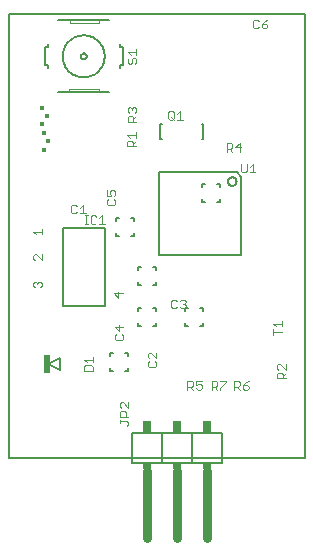
<source format=gto>
G75*
%MOIN*%
%OFA0B0*%
%FSLAX24Y24*%
%IPPOS*%
%LPD*%
%AMOC8*
5,1,8,0,0,1.08239X$1,22.5*
%
%ADD10C,0.0080*%
%ADD11C,0.0030*%
%ADD12C,0.0060*%
%ADD13R,0.0240X0.0620*%
%ADD14C,0.0020*%
%ADD15R,0.0167X0.0128*%
%ADD16R,0.0138X0.0138*%
%ADD17C,0.0040*%
%ADD18C,0.0300*%
%ADD19R,0.0300X0.0200*%
%ADD20R,0.0300X0.0400*%
D10*
X003400Y002938D02*
X013264Y002938D01*
X013264Y017732D01*
X003400Y017732D01*
X003400Y002938D01*
X004715Y006050D02*
X005109Y005853D01*
X005109Y006247D01*
X004715Y006050D01*
X005200Y008004D02*
X005200Y010584D01*
X006600Y010584D01*
X006600Y008004D01*
X005200Y008004D01*
X008447Y013557D02*
X008447Y014068D01*
X008506Y014068D01*
X008506Y013557D02*
X008447Y013557D01*
X009844Y013557D02*
X009884Y013557D01*
X009884Y014068D01*
X009844Y014068D01*
D11*
X009203Y014203D02*
X009010Y014203D01*
X009106Y014203D02*
X009106Y014493D01*
X009010Y014396D01*
X008908Y014444D02*
X008908Y014251D01*
X008860Y014203D01*
X008763Y014203D01*
X008715Y014251D01*
X008715Y014444D01*
X008763Y014493D01*
X008860Y014493D01*
X008908Y014444D01*
X008812Y014299D02*
X008908Y014203D01*
X007654Y014133D02*
X007364Y014133D01*
X007364Y014278D01*
X007412Y014326D01*
X007509Y014326D01*
X007557Y014278D01*
X007557Y014133D01*
X007557Y014229D02*
X007654Y014326D01*
X007606Y014427D02*
X007654Y014476D01*
X007654Y014572D01*
X007606Y014621D01*
X007557Y014621D01*
X007509Y014572D01*
X007509Y014524D01*
X007509Y014572D02*
X007461Y014621D01*
X007412Y014621D01*
X007364Y014572D01*
X007364Y014476D01*
X007412Y014427D01*
X007635Y013796D02*
X007635Y013602D01*
X007635Y013699D02*
X007345Y013699D01*
X007442Y013602D01*
X007490Y013501D02*
X007539Y013453D01*
X007539Y013308D01*
X007635Y013308D02*
X007345Y013308D01*
X007345Y013453D01*
X007394Y013501D01*
X007490Y013501D01*
X007539Y013405D02*
X007635Y013501D01*
X006912Y011846D02*
X006961Y011798D01*
X006961Y011701D01*
X006912Y011653D01*
X006816Y011653D02*
X006767Y011749D01*
X006767Y011798D01*
X006816Y011846D01*
X006912Y011846D01*
X006816Y011653D02*
X006671Y011653D01*
X006671Y011846D01*
X006719Y011552D02*
X006671Y011503D01*
X006671Y011406D01*
X006719Y011358D01*
X006912Y011358D01*
X006961Y011406D01*
X006961Y011503D01*
X006912Y011552D01*
X006522Y011013D02*
X006425Y010916D01*
X006324Y010964D02*
X006275Y011013D01*
X006179Y011013D01*
X006130Y010964D01*
X006130Y010771D01*
X006179Y010723D01*
X006275Y010723D01*
X006324Y010771D01*
X006425Y010723D02*
X006618Y010723D01*
X006522Y010723D02*
X006522Y011013D01*
X006030Y011013D02*
X005934Y011013D01*
X005982Y011013D02*
X005982Y010723D01*
X005934Y010723D02*
X006030Y010723D01*
X005966Y011078D02*
X005772Y011078D01*
X005869Y011078D02*
X005869Y011368D01*
X005772Y011271D01*
X005671Y011319D02*
X005623Y011368D01*
X005526Y011368D01*
X005478Y011319D01*
X005478Y011126D01*
X005526Y011078D01*
X005623Y011078D01*
X005671Y011126D01*
X008815Y008157D02*
X008863Y008205D01*
X008960Y008205D01*
X009008Y008157D01*
X009110Y008157D02*
X009158Y008205D01*
X009255Y008205D01*
X009303Y008157D01*
X009303Y008108D01*
X009255Y008060D01*
X009303Y008012D01*
X009303Y007963D01*
X009255Y007915D01*
X009158Y007915D01*
X009110Y007963D01*
X009008Y007963D02*
X008960Y007915D01*
X008863Y007915D01*
X008815Y007963D01*
X008815Y008157D01*
X009206Y008060D02*
X009255Y008060D01*
X007223Y007298D02*
X006933Y007298D01*
X007078Y007153D01*
X007078Y007347D01*
X007175Y007052D02*
X007223Y007004D01*
X007223Y006907D01*
X007175Y006859D01*
X006981Y006859D01*
X006933Y006907D01*
X006933Y007004D01*
X006981Y007052D01*
X006198Y006302D02*
X006198Y006109D01*
X006198Y006206D02*
X005908Y006206D01*
X006004Y006109D01*
X005956Y006008D02*
X006149Y006008D01*
X006198Y005959D01*
X006198Y005814D01*
X005908Y005814D01*
X005908Y005959D01*
X005956Y006008D01*
X007151Y004789D02*
X007102Y004740D01*
X007102Y004644D01*
X007151Y004595D01*
X007151Y004494D02*
X007247Y004494D01*
X007296Y004446D01*
X007296Y004301D01*
X007393Y004301D02*
X007102Y004301D01*
X007102Y004446D01*
X007151Y004494D01*
X007393Y004595D02*
X007199Y004789D01*
X007151Y004789D01*
X007393Y004789D02*
X007393Y004595D01*
X007102Y004200D02*
X007102Y004103D01*
X007102Y004151D02*
X007344Y004151D01*
X007393Y004103D01*
X007393Y004054D01*
X007344Y004006D01*
X009353Y005203D02*
X009353Y005493D01*
X009498Y005493D01*
X009546Y005444D01*
X009546Y005348D01*
X009498Y005299D01*
X009353Y005299D01*
X009449Y005299D02*
X009546Y005203D01*
X009647Y005251D02*
X009696Y005203D01*
X009792Y005203D01*
X009841Y005251D01*
X009841Y005348D01*
X009792Y005396D01*
X009744Y005396D01*
X009647Y005348D01*
X009647Y005493D01*
X009841Y005493D01*
X010165Y005493D02*
X010165Y005203D01*
X010165Y005299D02*
X010310Y005299D01*
X010358Y005348D01*
X010358Y005444D01*
X010310Y005493D01*
X010165Y005493D01*
X010262Y005299D02*
X010358Y005203D01*
X010460Y005203D02*
X010460Y005251D01*
X010653Y005444D01*
X010653Y005493D01*
X010460Y005493D01*
X010915Y005493D02*
X011060Y005493D01*
X011108Y005444D01*
X011108Y005348D01*
X011060Y005299D01*
X010915Y005299D01*
X010915Y005203D02*
X010915Y005493D01*
X011012Y005299D02*
X011108Y005203D01*
X011210Y005251D02*
X011210Y005348D01*
X011355Y005348D01*
X011403Y005299D01*
X011403Y005251D01*
X011355Y005203D01*
X011258Y005203D01*
X011210Y005251D01*
X011210Y005348D02*
X011306Y005444D01*
X011403Y005493D01*
X012345Y005578D02*
X012345Y005723D01*
X012393Y005771D01*
X012490Y005771D01*
X012538Y005723D01*
X012538Y005578D01*
X012538Y005674D02*
X012635Y005771D01*
X012635Y005872D02*
X012442Y006066D01*
X012393Y006066D01*
X012345Y006017D01*
X012345Y005921D01*
X012393Y005872D01*
X012635Y005872D02*
X012635Y006066D01*
X012635Y005578D02*
X012345Y005578D01*
X012220Y007015D02*
X012220Y007208D01*
X012220Y007112D02*
X012510Y007112D01*
X012510Y007310D02*
X012510Y007503D01*
X012510Y007406D02*
X012220Y007406D01*
X012317Y007310D01*
X008323Y006441D02*
X008323Y006247D01*
X008129Y006441D01*
X008081Y006441D01*
X008032Y006392D01*
X008032Y006296D01*
X008081Y006247D01*
X008081Y006146D02*
X008032Y006098D01*
X008032Y006001D01*
X008081Y005953D01*
X008274Y005953D01*
X008323Y006001D01*
X008323Y006098D01*
X008274Y006146D01*
X011187Y012445D02*
X011283Y012445D01*
X011332Y012493D01*
X011332Y012735D01*
X011433Y012639D02*
X011530Y012735D01*
X011530Y012445D01*
X011626Y012445D02*
X011433Y012445D01*
X011187Y012445D02*
X011138Y012493D01*
X011138Y012735D01*
X011105Y013140D02*
X011105Y013430D01*
X010960Y013285D01*
X011153Y013285D01*
X010858Y013285D02*
X010810Y013237D01*
X010665Y013237D01*
X010762Y013237D02*
X010858Y013140D01*
X010858Y013285D02*
X010858Y013382D01*
X010810Y013430D01*
X010665Y013430D01*
X010665Y013140D01*
X007655Y016112D02*
X007607Y016063D01*
X007655Y016112D02*
X007655Y016208D01*
X007607Y016257D01*
X007558Y016257D01*
X007510Y016208D01*
X007510Y016112D01*
X007462Y016063D01*
X007413Y016063D01*
X007365Y016112D01*
X007365Y016208D01*
X007413Y016257D01*
X007462Y016358D02*
X007365Y016455D01*
X007655Y016455D01*
X007655Y016551D02*
X007655Y016358D01*
X011538Y017296D02*
X011586Y017247D01*
X011683Y017247D01*
X011732Y017296D01*
X011833Y017296D02*
X011881Y017247D01*
X011978Y017247D01*
X012026Y017296D01*
X012026Y017344D01*
X011978Y017392D01*
X011833Y017392D01*
X011833Y017296D01*
X011833Y017392D02*
X011929Y017489D01*
X012026Y017538D01*
X011732Y017489D02*
X011683Y017538D01*
X011586Y017538D01*
X011538Y017489D01*
X011538Y017296D01*
D12*
X007200Y016613D02*
X007200Y016013D01*
X007100Y016013D01*
X007100Y015913D01*
X007100Y016613D02*
X007100Y016713D01*
X007100Y016613D02*
X007200Y016613D01*
X006750Y017513D02*
X006400Y017513D01*
X005450Y017513D01*
X005050Y017513D01*
X004700Y016713D02*
X004700Y016613D01*
X004600Y016613D01*
X004600Y016013D01*
X004700Y016013D01*
X004700Y015913D01*
X005050Y015113D02*
X005400Y015113D01*
X006400Y015113D01*
X006750Y015113D01*
X005800Y016313D02*
X005802Y016333D01*
X005808Y016351D01*
X005817Y016369D01*
X005829Y016384D01*
X005844Y016396D01*
X005862Y016405D01*
X005880Y016411D01*
X005900Y016413D01*
X005920Y016411D01*
X005938Y016405D01*
X005956Y016396D01*
X005971Y016384D01*
X005983Y016369D01*
X005992Y016351D01*
X005998Y016333D01*
X006000Y016313D01*
X005998Y016293D01*
X005992Y016275D01*
X005983Y016257D01*
X005971Y016242D01*
X005956Y016230D01*
X005938Y016221D01*
X005920Y016215D01*
X005900Y016213D01*
X005880Y016215D01*
X005862Y016221D01*
X005844Y016230D01*
X005829Y016242D01*
X005817Y016257D01*
X005808Y016275D01*
X005802Y016293D01*
X005800Y016313D01*
X005200Y016313D02*
X005202Y016365D01*
X005208Y016417D01*
X005218Y016469D01*
X005231Y016519D01*
X005248Y016569D01*
X005269Y016617D01*
X005294Y016663D01*
X005322Y016707D01*
X005353Y016749D01*
X005387Y016789D01*
X005424Y016826D01*
X005464Y016860D01*
X005506Y016891D01*
X005550Y016919D01*
X005596Y016944D01*
X005644Y016965D01*
X005694Y016982D01*
X005744Y016995D01*
X005796Y017005D01*
X005848Y017011D01*
X005900Y017013D01*
X005952Y017011D01*
X006004Y017005D01*
X006056Y016995D01*
X006106Y016982D01*
X006156Y016965D01*
X006204Y016944D01*
X006250Y016919D01*
X006294Y016891D01*
X006336Y016860D01*
X006376Y016826D01*
X006413Y016789D01*
X006447Y016749D01*
X006478Y016707D01*
X006506Y016663D01*
X006531Y016617D01*
X006552Y016569D01*
X006569Y016519D01*
X006582Y016469D01*
X006592Y016417D01*
X006598Y016365D01*
X006600Y016313D01*
X006598Y016261D01*
X006592Y016209D01*
X006582Y016157D01*
X006569Y016107D01*
X006552Y016057D01*
X006531Y016009D01*
X006506Y015963D01*
X006478Y015919D01*
X006447Y015877D01*
X006413Y015837D01*
X006376Y015800D01*
X006336Y015766D01*
X006294Y015735D01*
X006250Y015707D01*
X006204Y015682D01*
X006156Y015661D01*
X006106Y015644D01*
X006056Y015631D01*
X006004Y015621D01*
X005952Y015615D01*
X005900Y015613D01*
X005848Y015615D01*
X005796Y015621D01*
X005744Y015631D01*
X005694Y015644D01*
X005644Y015661D01*
X005596Y015682D01*
X005550Y015707D01*
X005506Y015735D01*
X005464Y015766D01*
X005424Y015800D01*
X005387Y015837D01*
X005353Y015877D01*
X005322Y015919D01*
X005294Y015963D01*
X005269Y016009D01*
X005248Y016057D01*
X005231Y016107D01*
X005218Y016157D01*
X005208Y016209D01*
X005202Y016261D01*
X005200Y016313D01*
X008395Y012442D02*
X011015Y012442D01*
X011155Y012303D01*
X011155Y009683D01*
X008395Y009683D01*
X008395Y012442D01*
X009850Y012050D02*
X009850Y011950D01*
X009850Y012050D02*
X009950Y012050D01*
X010350Y012050D02*
X010450Y012050D01*
X010450Y011950D01*
X010714Y012143D02*
X010716Y012166D01*
X010722Y012189D01*
X010731Y012210D01*
X010744Y012230D01*
X010760Y012247D01*
X010778Y012261D01*
X010798Y012272D01*
X010820Y012280D01*
X010843Y012284D01*
X010867Y012284D01*
X010890Y012280D01*
X010912Y012272D01*
X010932Y012261D01*
X010950Y012247D01*
X010966Y012230D01*
X010979Y012210D01*
X010988Y012189D01*
X010994Y012166D01*
X010996Y012143D01*
X010994Y012120D01*
X010988Y012097D01*
X010979Y012076D01*
X010966Y012056D01*
X010950Y012039D01*
X010932Y012025D01*
X010912Y012014D01*
X010890Y012006D01*
X010867Y012002D01*
X010843Y012002D01*
X010820Y012006D01*
X010798Y012014D01*
X010778Y012025D01*
X010760Y012039D01*
X010744Y012056D01*
X010731Y012076D01*
X010722Y012097D01*
X010716Y012120D01*
X010714Y012143D01*
X010450Y011550D02*
X010450Y011450D01*
X010350Y011450D01*
X009950Y011450D02*
X009850Y011450D01*
X009850Y011550D01*
X007575Y010925D02*
X007575Y010825D01*
X007575Y010925D02*
X007475Y010925D01*
X007075Y010925D02*
X006975Y010925D01*
X006975Y010825D01*
X006975Y010425D02*
X006975Y010325D01*
X007075Y010325D01*
X007475Y010325D02*
X007575Y010325D01*
X007575Y010425D01*
X007725Y009300D02*
X007725Y009200D01*
X007725Y009300D02*
X007825Y009300D01*
X008225Y009300D02*
X008325Y009300D01*
X008325Y009200D01*
X008325Y008800D02*
X008325Y008700D01*
X008225Y008700D01*
X007825Y008700D02*
X007725Y008700D01*
X007725Y008800D01*
X007725Y007925D02*
X007725Y007825D01*
X007725Y007925D02*
X007825Y007925D01*
X008225Y007925D02*
X008325Y007925D01*
X008325Y007825D01*
X008325Y007425D02*
X008325Y007325D01*
X008225Y007325D01*
X007825Y007325D02*
X007725Y007325D01*
X007725Y007425D01*
X007388Y006425D02*
X007288Y006425D01*
X007388Y006425D02*
X007388Y006325D01*
X007388Y005925D02*
X007388Y005825D01*
X007288Y005825D01*
X006888Y005825D02*
X006788Y005825D01*
X006788Y005925D01*
X006788Y006325D02*
X006788Y006425D01*
X006888Y006425D01*
X009288Y007325D02*
X009388Y007325D01*
X009288Y007325D02*
X009288Y007425D01*
X009788Y007325D02*
X009888Y007325D01*
X009888Y007425D01*
X009888Y007825D02*
X009888Y007925D01*
X009788Y007925D01*
X009388Y007925D02*
X009288Y007925D01*
X009288Y007825D01*
X009525Y003750D02*
X008525Y003750D01*
X007525Y003750D01*
X007525Y002750D01*
X008525Y002750D01*
X009525Y002750D01*
X010525Y002750D01*
X010525Y003750D01*
X009525Y003750D01*
X009525Y002750D01*
X008525Y002750D02*
X008525Y003750D01*
D13*
X004692Y006050D03*
D14*
X005400Y015113D02*
X005400Y015213D01*
X006400Y015213D01*
X006400Y015113D01*
X006400Y017413D02*
X005450Y017413D01*
X005450Y017513D01*
X006400Y017513D02*
X006400Y017413D01*
D15*
X004527Y014602D03*
X004527Y014061D03*
X004564Y013746D03*
X004564Y013204D03*
D16*
X004717Y013475D03*
X004680Y014331D03*
D17*
X004500Y010565D02*
X004500Y010378D01*
X004500Y010472D02*
X004220Y010472D01*
X004313Y010378D01*
X004309Y009714D02*
X004263Y009714D01*
X004216Y009667D01*
X004216Y009574D01*
X004263Y009527D01*
X004309Y009714D02*
X004496Y009527D01*
X004496Y009714D01*
X004453Y008804D02*
X004407Y008804D01*
X004360Y008757D01*
X004360Y008711D01*
X004360Y008757D02*
X004313Y008804D01*
X004266Y008804D01*
X004220Y008757D01*
X004220Y008664D01*
X004266Y008617D01*
X004453Y008617D02*
X004500Y008664D01*
X004500Y008757D01*
X004453Y008804D01*
X006920Y008409D02*
X007060Y008269D01*
X007060Y008456D01*
X007200Y008409D02*
X006920Y008409D01*
D18*
X008025Y002500D02*
X008025Y000250D01*
X009025Y000250D02*
X009025Y002500D01*
X010025Y002500D02*
X010025Y000250D01*
D19*
X010025Y002650D03*
X009025Y002650D03*
X008025Y002650D03*
D20*
X008025Y003950D03*
X009025Y003950D03*
X010025Y003950D03*
M02*

</source>
